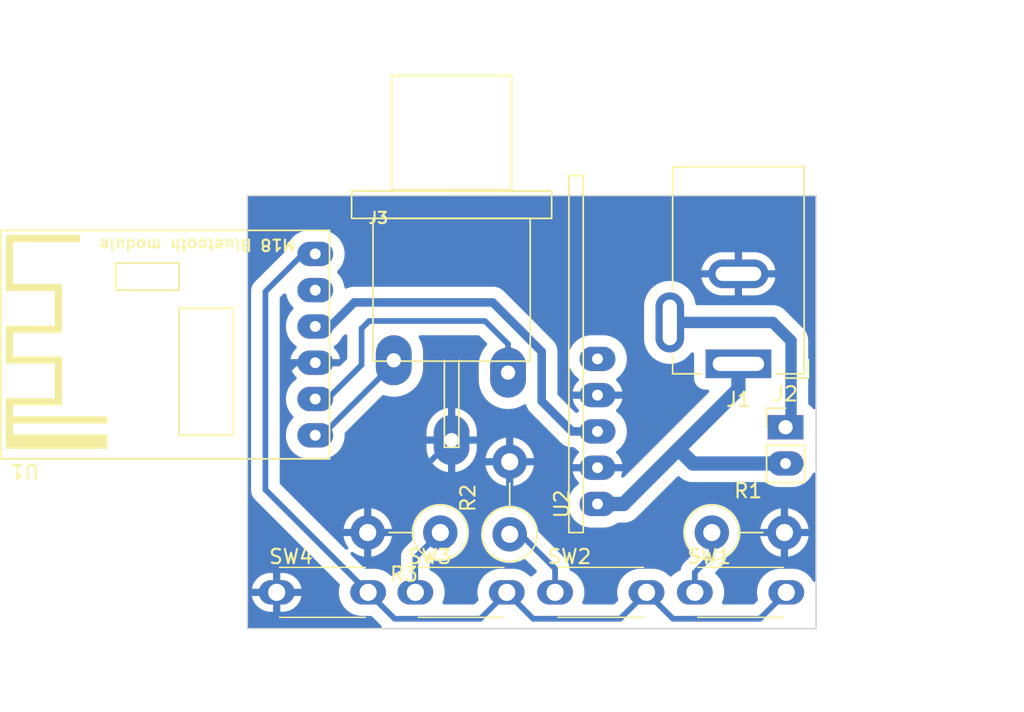
<source format=kicad_pcb>
(kicad_pcb (version 20221018) (generator pcbnew)
  (layers (0 "F.Cu" signal) (31 "B.Cu" signal) (34 "B.Paste" user) (35 "F.Paste" user) (36 "B.SilkS" user "B.Silkscreen") (37 "F.SilkS" user "F.Silkscreen") (38 "B.Mask" user) (39 "F.Mask" user) (44 "Edge.Cuts" user))
  (net 0 "")
  (net 1 "Net-(U1-KEY)")
  (net 2 "/R")
  (net 3 "GND")
  (net 4 "/L")
  (net 5 "VBUS")
  (net 6 "Net-(R1-Pad1)")
  (net 7 "Net-(R2-Pad1)")
  (net 8 "Net-(R3-Pad1)")
  (net 9 "+5V")
  (net 11 "-5V")
  (net 12 "Net-(J2-Pin_1)")
  (footprint "dd1718pa:dd1718pa" (layer "F.Cu") (at 124 101 90)
    (fp_text reference "U2" (at 0 -2.5 90 unlocked) (layer "F.SilkS"))
    (fp_text value "dd1718pa")
    (fp_rect (start -2 -2) (end 23 -1) (stroke (width 0.12)) (fill none) (layer "F.SilkS"))
    (pad "1" thru_hole oval (at 0 0 180) (size 2.5 1.7) (drill 0.762) (layers "*.Cu" "*.Mask") (net 5 "VBUS"))
    (pad "2" thru_hole oval (at 2.54 0 180) (size 2.5 1.7) (drill 0.762) (layers "*.Cu" "*.Mask") (net 3 "GND"))
    (pad "3" thru_hole oval (at 5.08 0 180) (size 2.5 1.7) (drill 0.762) (layers "*.Cu" "*.Mask") (net 9 "+5V"))
    (pad "4" thru_hole oval (at 7.62 0 180) (size 2.5 1.7) (drill 0.762) (layers "*.Cu" "*.Mask") (net 3 "GND"))
    (pad "5" thru_hole oval (at 10.16 0 180) (size 2.5 1.7) (drill 0.762) (layers "*.Cu" "*.Mask") (net 11 "-5V"))
  )
  (footprint "pts636:pts636" (layer "F.Cu") (at 101.55 107.188)
    (fp_text reference "SW4" (at 1 -2.5) (layer "F.SilkS"))
    (fp_text value "ON_OFF" hide)
    (fp_line (start 0.2 -1.75) (end 6.2 -1.75) (stroke (width 0.1)) (layer "F.SilkS"))
    (fp_line (start 0.2 1.75) (end 6.2 1.75) (stroke (width 0.1)) (layer "F.SilkS"))
    (pad "1" thru_hole oval (at 0 0) (size 2.5 1.7) (drill 1.2) (layers "*.Cu" "*.Mask") (net 3 "GND"))
    (pad "2" thru_hole oval (at 6.4 0) (size 2.5 1.7) (drill 1.2) (layers "*.Cu" "*.Mask") (net 1 "Net-(U1-KEY)"))
  )
  (footprint "pts636:pts636" (layer "F.Cu") (at 111.252 107.188)
    (fp_text reference "SW3" (at 1 -2.5) (layer "F.SilkS"))
    (fp_text value "PREV" hide)
    (fp_line (start 0.2 -1.75) (end 6.2 -1.75) (stroke (width 0.1)) (layer "F.SilkS"))
    (fp_line (start 0.2 1.75) (end 6.2 1.75) (stroke (width 0.1)) (layer "F.SilkS"))
    (pad "1" thru_hole oval (at 0 0) (size 2.5 1.7) (drill 1.2) (layers "*.Cu" "*.Mask") (net 8 "Net-(R3-Pad1)"))
    (pad "2" thru_hole oval (at 6.4 0) (size 2.5 1.7) (drill 1.2) (layers "*.Cu" "*.Mask") (net 1 "Net-(U1-KEY)"))
  )
  (footprint "Resistor_THT:R_Axial_DIN0411_L9.9mm_D3.6mm_P5.08mm_Vertical" (layer "F.Cu") (at 132 103)
    (fp_text reference "R1" (at 2.54 -2.92) (layer "F.SilkS"))
    (fp_text value "51k")
    (fp_line (start 1.92 0) (end 3.58 0) (stroke (width 0.12)) (layer "F.SilkS"))
    (fp_circle (center 0 0) (end 1.92 0) (stroke (width 0.12)) (fill none) (layer "F.SilkS"))
    (pad "1" thru_hole circle (at 0 0) (size 2.4 2.4) (drill 1.2) (layers "*.Cu" "*.Mask") (net 6 "Net-(R1-Pad1)"))
    (pad "2" thru_hole oval (at 5.08 0) (size 2.4 2.4) (drill 1.2) (layers "*.Cu" "*.Mask") (net 3 "GND"))
  )
  (footprint "pts636:pts636" (layer "F.Cu") (at 121.031 107.188)
    (fp_text reference "SW2" (at 1 -2.5) (layer "F.SilkS"))
    (fp_text value "NEXT" hide)
    (fp_line (start 0.2 -1.75) (end 6.2 -1.75) (stroke (width 0.1)) (layer "F.SilkS"))
    (fp_line (start 0.2 1.75) (end 6.2 1.75) (stroke (width 0.1)) (layer "F.SilkS"))
    (pad "1" thru_hole oval (at 0 0) (size 2.5 1.7) (drill 1.2) (layers "*.Cu" "*.Mask") (net 7 "Net-(R2-Pad1)"))
    (pad "2" thru_hole oval (at 6.4 0) (size 2.5 1.7) (drill 1.2) (layers "*.Cu" "*.Mask") (net 1 "Net-(U1-KEY)"))
  )
  (footprint "pts636:pts636" (layer "F.Cu") (at 130.81 107.188)
    (fp_text reference "SW1" (at 1 -2.5) (layer "F.SilkS"))
    (fp_text value "PAUSE" hide)
    (fp_line (start 0.2 -1.75) (end 6.2 -1.75) (stroke (width 0.1)) (layer "F.SilkS"))
    (fp_line (start 0.2 1.75) (end 6.2 1.75) (stroke (width 0.1)) (layer "F.SilkS"))
    (pad "1" thru_hole oval (at 0 0) (size 2.5 1.7) (drill 1.2) (layers "*.Cu" "*.Mask") (net 6 "Net-(R1-Pad1)"))
    (pad "2" thru_hole oval (at 6.4 0) (size 2.5 1.7) (drill 1.2) (layers "*.Cu" "*.Mask") (net 1 "Net-(U1-KEY)"))
  )
  (footprint "rcj-22:rcj-22" (layer "F.Cu") (at 113.792 91)
    (fp_text reference "J3" (at -5.13 -10.032) (layer "F.SilkS") (effects (font (size 0.787402 0.787402))))
    (fp_text value "RCJ-22" hide)
    (fp_line (start -0.508 -0.062) (end -0.508 6.034) (stroke (width 0.12)) (layer "F.SilkS"))
    (fp_line (start -0.508 6.034) (end 0.508 6.034) (stroke (width 0.12)) (layer "F.SilkS"))
    (fp_line (start 0.508 6.034) (end 0.508 -0.062) (stroke (width 0.12)) (layer "F.SilkS"))
    (fp_line (start 7 -11.904) (end -7 -11.921) (stroke (width 0.127)) (layer "F.SilkS"))
    (fp_rect (start -7 -11.921) (end 7 -10) (stroke (width 0.12)) (fill none) (layer "F.SilkS"))
    (fp_rect (start -5.5 -10) (end 5.5 0) (stroke (width 0.12)) (fill none) (layer "F.SilkS"))
    (fp_rect (start -4.2 -20) (end 4.2 -12) (stroke (width 0.12)) (fill none) (layer "F.SilkS"))
    (pad "1" thru_hole oval (at 0 5.526 90) (size 3.5 2.5) (drill 1) (layers "*.Cu" "*.Mask") (net 3 "GND"))
    (pad "2" thru_hole oval (at -4.05 -0.062 90) (size 3.5 2.5) (drill 1) (layers "*.Cu" "*.Mask") (net 2 "/R"))
    (pad "3" thru_hole oval (at 3.95 0.8 90) (size 3.5 2.5) (drill 1) (layers "*.Cu" "*.Mask") (net 4 "/L"))
  )
  (footprint "Resistor_THT:R_Axial_DIN0411_L9.9mm_D3.6mm_P5.08mm_Vertical" (layer "F.Cu") (at 113 103 180)
    (fp_text reference "R3" (at 2.54 -2.92) (layer "F.SilkS"))
    (fp_text value "9k1")
    (fp_line (start 1.92 0) (end 3.58 0) (stroke (width 0.12)) (layer "F.SilkS"))
    (fp_circle (center 0 0) (end 1.92 0) (stroke (width 0.12)) (fill none) (layer "F.SilkS"))
    (pad "1" thru_hole circle (at 0 0 180) (size 2.4 2.4) (drill 1.2) (layers "*.Cu" "*.Mask") (net 8 "Net-(R3-Pad1)"))
    (pad "2" thru_hole oval (at 5.08 0 180) (size 2.4 2.4) (drill 1.2) (layers "*.Cu" "*.Mask") (net 3 "GND"))
  )
  (footprint "Resistor_THT:R_Axial_DIN0411_L9.9mm_D3.6mm_P5.08mm_Vertical" (layer "F.Cu") (at 117.856 103.124 90)
    (fp_text reference "R2" (at 2.54 -2.92 90) (layer "F.SilkS"))
    (fp_text value "33k")
    (fp_line (start 1.92 0) (end 3.58 0) (stroke (width 0.12)) (layer "F.SilkS"))
    (fp_circle (center 0 0) (end 1.92 0) (stroke (width 0.12)) (fill none) (layer "F.SilkS"))
    (pad "1" thru_hole circle (at 0 0 90) (size 2.4 2.4) (drill 1.2) (layers "*.Cu" "*.Mask") (net 7 "Net-(R2-Pad1)"))
    (pad "2" thru_hole oval (at 5.08 0 90) (size 2.4 2.4) (drill 1.2) (layers "*.Cu" "*.Mask") (net 3 "GND"))
  )
  (footprint "Connector_BarrelJack:BarrelJack_GCT_DCJ200-10-A_Horizontal" (layer "F.Cu") (at 133.858 91.186 180)
    (fp_text reference "J1" (at 0 -2.5) (layer "F.SilkS"))
    (fp_text value "Barrel_Jack_Switch")
    (fp_line (start -4.9 -1) (end -4.9 0.3) (stroke (width 0.12)) (layer "F.SilkS"))
    (fp_line (start -4.6 -0.7) (end -2.6 -0.7) (stroke (width 0.12)) (layer "F.SilkS"))
    (fp_line (start -4.6 13.8) (end -4.6 -0.7) (stroke (width 0.12)) (layer "F.SilkS"))
    (fp_line (start -3.2 -1) (end -4.9 -1) (stroke (width 0.12)) (layer "F.SilkS"))
    (fp_line (start 2.6 -0.7) (end 4.6 -0.7) (stroke (width 0.12)) (layer "F.SilkS"))
    (fp_line (start 4.6 -0.7) (end 4.6 0.6) (stroke (width 0.12)) (layer "F.SilkS"))
    (fp_line (start 4.6 5.2) (end 4.6 13.8) (stroke (width 0.12)) (layer "F.SilkS"))
    (fp_line (start 4.6 13.8) (end -4.6 13.8) (stroke (width 0.12)) (layer "F.SilkS"))
    (pad "1" thru_hole rect (at 0 0 180) (size 4.6 2) (drill oval 3.6 1) (layers "*.Cu" "*.Mask") (net 5 "VBUS"))
    (pad "2" thru_hole oval (at 0 6.3 180) (size 4.2 2) (drill oval 3.2 1) (layers "*.Cu" "*.Mask") (net 3 "GND"))
    (pad "3" thru_hole oval (at 4.8 2.9 180) (size 2 4.2) (drill oval 1 3.2) (layers "*.Cu" "*.Mask") (net 12 "Net-(J2-Pin_1)"))
  )
  (footprint "m18:m18" (layer "F.Cu") (at 104.25 89.84 180)
    (fp_text reference "U1" (at 20.32 -8.89 180 unlocked) (layer "F.SilkS"))
    (fp_text value "m18")
    (fp_text user "M18 Bluetooth module" (at 8.255 6.985 180 unlocked) (layer "F.SilkS") (effects (font (size 0.8 0.8))))
    (fp_rect (start -1 -8) (end 22 8) (stroke (width 0.12)) (fill none) (layer "F.SilkS"))
    (fp_rect (start 5.715 -6.35) (end 9.525 2.54) (stroke (width 0.12)) (fill none) (layer "F.SilkS"))
    (fp_rect (start 9.525 3.81) (end 13.97 5.715) (stroke (width 0.12)) (fill none) (layer "F.SilkS"))
    (fp_poly (pts (xy 21.59 -3.81) (xy 18.161 -3.81) (xy 18.161 -1.27) (xy 21.59 -1.27) (xy 21.59 1.27) (xy 18.161 1.27) (xy 18.161 3.81) (xy 21.59 3.81) (xy 21.59 7.62) (xy 16.51 7.62) (xy 16.51 7.239) (xy 21.209 7.239) (xy 21.209 4.191) (xy 17.78 4.191) (xy 17.78 0.889) (xy 21.209 0.889) (xy 21.209 -0.889) (xy 17.78 -0.889) (xy 17.78 -4.191) (xy 21.209 -4.191) (xy 21.209 -5.08) (xy 14.605 -5.08) (xy 14.605 -5.461) (xy 21.209 -5.461) (xy 21.209 -6.35) (xy 14.605 -6.35) (xy 14.605 -7.239) (xy 21.59 -7.239)) (stroke (width 0.12)) (fill solid) (layer "F.SilkS"))
    (pad "1" thru_hole oval (at 0 -6.35 180) (size 2.5 1.7) (drill 0.762) (layers "*.Cu" "*.Mask") (net 2 "/R"))
    (pad "2" thru_hole oval (at 0 -3.81 180) (size 2.5 1.7) (drill 0.762) (layers "*.Cu" "*.Mask") (net 4 "/L"))
    (pad "3" thru_hole oval (at 0 -1.27 180) (size 2.5 1.7) (drill 0.762) (layers "*.Cu" "*.Mask") (net 3 "GND"))
    (pad "4" thru_hole oval (at 0 1.27 180) (size 2.5 1.7) (drill 0.762) (layers "*.Cu" "*.Mask") (net 9 "+5V"))
    (pad "5" thru_hole oval (at 0 3.81 180) (size 2.5 1.7) (drill 0.762) (layers "*.Cu" "*.Mask"))
    (pad "6" thru_hole oval (at 0 6.35 180) (size 2.5 1.7) (drill 0.762) (layers "*.Cu" "*.Mask") (net 1 "Net-(U1-KEY)"))
  )
  (footprint "Connector_PinHeader_2.54mm:PinHeader_1x02_P2.54mm_Vertical" (layer "F.Cu") (at 137.16 95.626)
    (fp_text reference "J2" (at 0 -2.33) (layer "F.SilkS"))
    (fp_text value "Power")
    (fp_line (start -1.33 -1.33) (end 0 -1.33) (stroke (width 0.12)) (layer "F.SilkS"))
    (fp_line (start -1.33 0) (end -1.33 -1.33) (stroke (width 0.12)) (layer "F.SilkS"))
    (fp_line (start -1.33 1.27) (end -1.33 3.87) (stroke (width 0.12)) (layer "F.SilkS"))
    (fp_line (start -1.33 1.27) (end 1.33 1.27) (stroke (width 0.12)) (layer "F.SilkS"))
    (fp_line (start -1.33 3.87) (end 1.33 3.87) (stroke (width 0.12)) (layer "F.SilkS"))
    (fp_line (start 1.33 1.27) (end 1.33 3.87) (stroke (width 0.12)) (layer "F.SilkS"))
    (pad "1" thru_hole rect (at 0 0 90) (size 1.7 2.5) (drill 1) (layers "*.Cu" "*.Mask") (net 12 "Net-(J2-Pin_1)"))
    (pad "2" thru_hole oval (at 0 2.54) (size 2.5 1.7) (drill 0.762) (layers "*.Cu" "*.Mask") (net 5 "VBUS"))
  )
  (gr_rect (start 99.5 79.41) (end 139.293766 109.73) (stroke (width 0.1)) (fill none) (layer "Edge.Cuts"))
  (segment (start 107.95 107.188) (end 100.761037 99.999037) (width 0.4) (layer "B.Cu") (net 1))
  (segment (start 100.761037 86.128963) (end 103.4 83.49) (width 0.4) (layer "B.Cu") (net 1))
  (segment (start 119.502 109.038) (end 125.581 109.038) (width 0.4) (layer "B.Cu") (net 1))
  (segment (start 103.4 83.49) (end 104.25 83.49) (width 0.4) (layer "B.Cu") (net 1))
  (segment (start 115.802 109.038) (end 117.652 107.188) (width 0.4) (layer "B.Cu") (net 1))
  (segment (start 117.652 107.188) (end 119.502 109.038) (width 0.4) (layer "B.Cu") (net 1))
  (segment (start 100.761037 99.999037) (end 100.761037 86.128963) (width 0.4) (layer "B.Cu") (net 1))
  (segment (start 125.581 109.038) (end 127.431 107.188) (width 0.4) (layer "B.Cu") (net 1))
  (segment (start 129.281 109.038) (end 135.36 109.038) (width 0.4) (layer "B.Cu") (net 1))
  (segment (start 109.8 109.038) (end 115.802 109.038) (width 0.4) (layer "B.Cu") (net 1))
  (segment (start 127.431 107.188) (end 129.281 109.038) (width 0.4) (layer "B.Cu") (net 1))
  (segment (start 107.95 107.188) (end 109.8 109.038) (width 0.4) (layer "B.Cu") (net 1))
  (segment (start 135.36 109.038) (end 137.21 107.188) (width 0.4) (layer "B.Cu") (net 1))
  (segment (start 104.726295 96.19) (end 109.742 91.174295) (width 0.4) (layer "B.Cu") (net 2))
  (segment (start 109.742 91.174295) (end 109.742 90.938) (width 0.4) (layer "B.Cu") (net 2))
  (segment (start 104.25 96.19) (end 104.726295 96.19) (width 0.4) (layer "B.Cu") (net 2))
  (segment (start 111.398 98.92) (end 113.792 96.526) (width 0.4) (layer "B.Cu") (net 3))
  (segment (start 104.25 91.11) (end 102.89 91.11) (width 0.4) (layer "B.Cu") (net 3))
  (segment (start 103.92 98.92) (end 111.398 98.92) (width 0.4) (layer "B.Cu") (net 3))
  (segment (start 102 97) (end 103.92 98.92) (width 0.4) (layer "B.Cu") (net 3))
  (segment (start 102.89 91.11) (end 102 92) (width 0.4) (layer "B.Cu") (net 3))
  (segment (start 102 92) (end 102 97) (width 0.4) (layer "B.Cu") (net 3))
  (segment (start 116.128 88.188) (end 108.018019 88.188) (width 0.4) (layer "B.Cu") (net 4))
  (segment (start 107.492 88.714019) (end 107.492 91.258) (width 0.4) (layer "B.Cu") (net 4))
  (segment (start 117.742 89.802) (end 116.128 88.188) (width 0.4) (layer "B.Cu") (net 4))
  (segment (start 107.492 91.258) (end 105.1 93.65) (width 0.4) (layer "B.Cu") (net 4))
  (segment (start 105.1 93.65) (end 104.25 93.65) (width 0.4) (layer "B.Cu") (net 4))
  (segment (start 117.742 91.8) (end 117.742 89.802) (width 0.4) (layer "B.Cu") (net 4))
  (segment (start 108.018019 88.188) (end 107.492 88.714019) (width 0.4) (layer "B.Cu") (net 4))
  (segment (start 130.678 98.166) (end 137.16 98.166) (width 1) (layer "B.Cu") (net 5))
  (segment (start 129.667 97.155) (end 130.678 98.166) (width 1) (layer "B.Cu") (net 5))
  (segment (start 124 101) (end 125.822 101) (width 1) (layer "B.Cu") (net 5))
  (segment (start 125.822 101) (end 129.667 97.155) (width 1) (layer "B.Cu") (net 5))
  (segment (start 133.858 92.964) (end 133.858 91.186) (width 1) (layer "B.Cu") (net 5))
  (segment (start 129.667 97.155) (end 133.858 92.964) (width 1) (layer "B.Cu") (net 5))
  (segment (start 132 103) (end 132 104.601) (width 0.4) (layer "B.Cu") (net 6))
  (segment (start 132 104.601) (end 130.81 105.791) (width 0.4) (layer "B.Cu") (net 6))
  (segment (start 130.81 105.791) (end 130.81 107.188) (width 0.4) (layer "B.Cu") (net 6))
  (segment (start 118.624 103.124) (end 121.031 105.531) (width 0.4) (layer "B.Cu") (net 7))
  (segment (start 117.856 103.124) (end 118.624 103.124) (width 0.4) (layer "B.Cu") (net 7))
  (segment (start 121.031 105.531) (end 121.031 107.188) (width 0.4) (layer "B.Cu") (net 7))
  (segment (start 111.252 104.748) (end 113 103) (width 0.4) (layer "B.Cu") (net 8))
  (segment (start 111.252 107.188) (end 111.252 104.748) (width 0.4) (layer "B.Cu") (net 8))
  (segment (start 120.092 93.803) (end 122.209 95.92) (width 0.6) (layer "B.Cu") (net 9))
  (segment (start 104.25 88.57) (end 105.3 88.57) (width 0.6) (layer "B.Cu") (net 9))
  (segment (start 119.042 89.276598) (end 120.092 90.326598) (width 0.6) (layer "B.Cu") (net 9))
  (segment (start 119.042 89.263522) (end 119.042 89.276598) (width 0.6) (layer "B.Cu") (net 9))
  (segment (start 116.666478 86.888) (end 119.042 89.263522) (width 0.6) (layer "B.Cu") (net 9))
  (segment (start 105.3 88.57) (end 106.982 86.888) (width 0.6) (layer "B.Cu") (net 9))
  (segment (start 120.092 90.326598) (end 120.092 93.803) (width 0.6) (layer "B.Cu") (net 9))
  (segment (start 106.982 86.888) (end 116.666478 86.888) (width 0.6) (layer "B.Cu") (net 9))
  (segment (start 122.209 95.92) (end 124 95.92) (width 0.6) (layer "B.Cu") (net 9))
  (segment (start 137.541 89.569) (end 136.258 88.286) (width 0.8) (layer "B.Cu") (net 12))
  (segment (start 137.16 95.626) (end 137.541 95.245) (width 0.8) (layer "B.Cu") (net 12))
  (segment (start 137.541 95.245) (end 137.541 89.569) (width 0.8) (layer "B.Cu") (net 12))
  (segment (start 136.258 88.286) (end 129.058 88.286) (width 0.8) (layer "B.Cu") (net 12))
  (zone (net 3) (net_name "GND") (layer "B.Cu") (connect_pads (clearance 0.508)) (min_thickness 0.254) (fill yes (thermal_gap 0.508) (thermal_bridge_width 0.508))
    (polygon (pts (xy 153.844 115.589) (xy 92.884 115.589) (xy 92.63 65.71) (xy 153.59 65.71)))
  )
)
</source>
